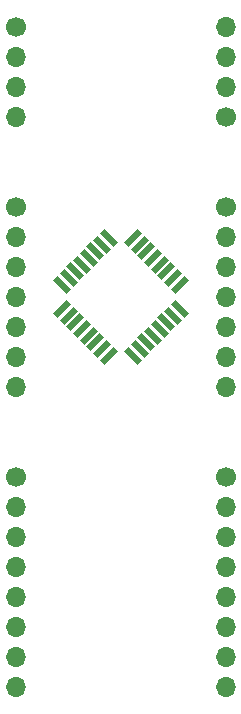
<source format=gbr>
%TF.GenerationSoftware,KiCad,Pcbnew,(6.0.5)*%
%TF.CreationDate,2022-06-25T15:42:17-04:00*%
%TF.ProjectId,Breakout_Converter,42726561-6b6f-4757-945f-436f6e766572,rev?*%
%TF.SameCoordinates,Original*%
%TF.FileFunction,Soldermask,Bot*%
%TF.FilePolarity,Negative*%
%FSLAX46Y46*%
G04 Gerber Fmt 4.6, Leading zero omitted, Abs format (unit mm)*
G04 Created by KiCad (PCBNEW (6.0.5)) date 2022-06-25 15:42:17*
%MOMM*%
%LPD*%
G01*
G04 APERTURE LIST*
G04 Aperture macros list*
%AMRotRect*
0 Rectangle, with rotation*
0 The origin of the aperture is its center*
0 $1 length*
0 $2 width*
0 $3 Rotation angle, in degrees counterclockwise*
0 Add horizontal line*
21,1,$1,$2,0,0,$3*%
G04 Aperture macros list end*
%ADD10RotRect,1.600000X0.550000X225.000000*%
%ADD11RotRect,1.600000X0.550000X135.000000*%
%ADD12O,1.700000X1.700000*%
%ADD13C,1.700000*%
G04 APERTURE END LIST*
D10*
%TO.C,U4*%
X143265305Y-68674897D03*
X143830990Y-69240583D03*
X144396676Y-69806268D03*
X144962361Y-70371953D03*
X145528047Y-70937639D03*
X146093732Y-71503324D03*
X146659417Y-72069010D03*
X147225103Y-72634695D03*
D11*
X147225103Y-74685305D03*
X146659417Y-75250990D03*
X146093732Y-75816676D03*
X145528047Y-76382361D03*
X144962361Y-76948047D03*
X144396676Y-77513732D03*
X143830990Y-78079417D03*
X143265305Y-78645103D03*
D10*
X141214695Y-78645103D03*
X140649010Y-78079417D03*
X140083324Y-77513732D03*
X139517639Y-76948047D03*
X138951953Y-76382361D03*
X138386268Y-75816676D03*
X137820583Y-75250990D03*
X137254897Y-74685305D03*
D11*
X137254897Y-72634695D03*
X137820583Y-72069010D03*
X138386268Y-71503324D03*
X138951953Y-70937639D03*
X139517639Y-70371953D03*
X140083324Y-69806268D03*
X140649010Y-69240583D03*
X141214695Y-68674897D03*
%TD*%
D12*
%TO.C,J3*%
X133350000Y-81280000D03*
X133350000Y-78740000D03*
X133350000Y-76200000D03*
X133350000Y-73660000D03*
X133350000Y-71120000D03*
X133350000Y-68580000D03*
D13*
X133350000Y-66040000D03*
%TD*%
%TO.C,J2*%
X151130000Y-58419624D03*
D12*
X151130000Y-55879632D03*
X151130000Y-53339632D03*
X151130000Y-50799632D03*
%TD*%
%TO.C,J1*%
X133350000Y-58419496D03*
X133350000Y-55879496D03*
X133350000Y-53339496D03*
D13*
X133350000Y-50799504D03*
%TD*%
D12*
%TO.C,J6*%
X151130000Y-106680000D03*
X151130000Y-104140000D03*
X151130000Y-101600000D03*
X151130000Y-99060000D03*
X151130000Y-96520000D03*
X151130000Y-93980000D03*
X151130000Y-91440000D03*
D13*
X151130000Y-88900000D03*
%TD*%
D12*
%TO.C,J5*%
X133350000Y-106680000D03*
X133350000Y-104140000D03*
X133350000Y-101600000D03*
X133350000Y-99060000D03*
X133350000Y-96520000D03*
X133350000Y-93980000D03*
X133350000Y-91440000D03*
D13*
X133350000Y-88900000D03*
%TD*%
D12*
%TO.C,J4*%
X151130000Y-81280000D03*
X151130000Y-78740000D03*
X151130000Y-76200000D03*
X151130000Y-73660000D03*
X151130000Y-71120000D03*
X151130000Y-68580000D03*
D13*
X151130000Y-66040000D03*
%TD*%
M02*

</source>
